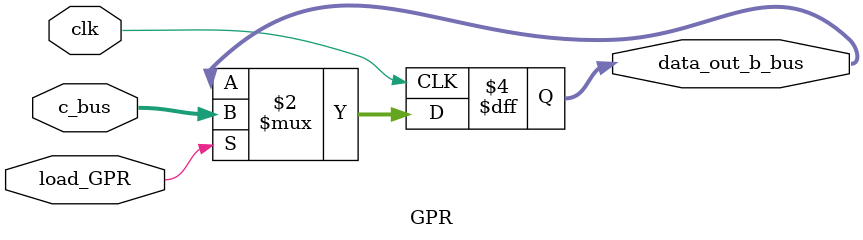
<source format=v>


module GPR(
    input clk,
    input load_GPR,
    input [23:0] c_bus, //connects to the MIR load signal
    output reg [23:0] data_out_b_bus //connects to the b bus via a mux

); 
always@(posedge clk)
    begin
        if (load_GPR) data_out_b_bus <= c_bus;
    end
    
endmodule
</source>
